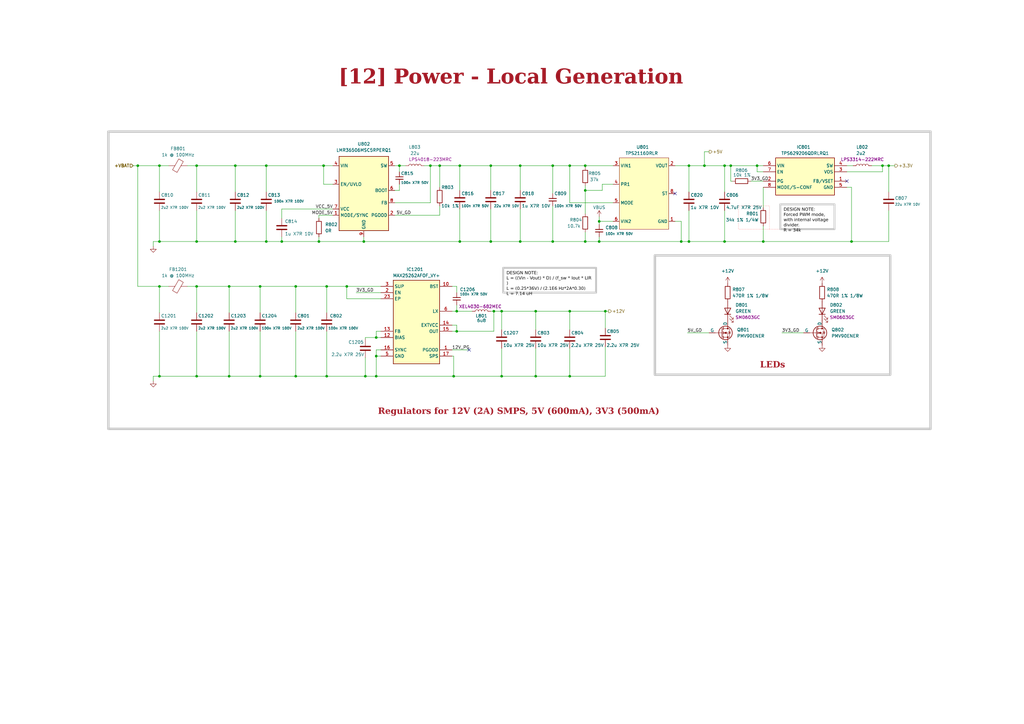
<source format=kicad_sch>
(kicad_sch (version 20231120) (generator "eeschema") (generator_version "8.0")
  (paper "A3")
  (lib_symbols
    (symbol "0_switching_regulator:LMR36506MSC5RPERQ1"
      (property "Reference" "U?" (at -10.16 35.56 0))
      (property "Value" "LMR36506MSC5RPERQ1" (at -10.16 33.02 0))
      (symbol "LMR36506MSC5RPERQ1_1_1"
        (pin input line (at -12.7 6.35 0) (length 2.54) (name "MODE/SYNC") (number "1"))
        (pin open_collector line (at 12.7 6.35 180) (length 2.54) (name "PGOOD") (number "2"))
        (pin input line (at -12.7 19.05 0) (length 2.54) (name "EN/UVLO") (number "3"))
        (pin power_in line (at -12.7 26.67 0) (length 2.54) (name "VIN") (number "4"))
        (pin power_out line (at 12.7 26.67 180) (length 2.54) (name "SW") (number "5"))
        (pin passive line (at 12.7 16.51 180) (length 2.54) (name "BOOT") (number "6"))
        (pin passive line (at -12.7 8.89 0) (length 2.54) (name "VCC") (number "7"))
        (pin input line (at 12.7 11.43 180) (length 2.54) (name "FB") (number "8"))
        (pin power_in line (at 0 -2.54 90) (length 2.54) (name "GND") (number "9"))
      )
    )
    (symbol "Device:C" (pin_numbers hide) (pin_names (offset 0.254))
      (property "Reference" "C" (at 0.635 2.54 0))
      (property "Value" "C" (at 0.635 -2.54 0))
      (symbol "C_1_1"
        (pin passive line (at 0 3.81 270) (length 2.794) (name "~") (number "1"))
        (pin passive line (at 0 -3.81 90) (length 2.794) (name "~") (number "2"))
      )
    )
    (symbol "Device:C_Small" (pin_numbers hide) (pin_names (offset 0.254) hide)
      (property "Reference" "C" (at 0.254 1.778 0))
      (property "Value" "C_Small" (at 0.254 -2.032 0))
      (symbol "C_Small_1_1"
        (pin passive line (at 0 2.54 270) (length 2.032) (name "~") (number "1"))
        (pin passive line (at 0 -2.54 90) (length 2.032) (name "~") (number "2"))
      )
    )
    (symbol "Device:FerriteBead" (pin_numbers hide) (pin_names (offset 0))
      (property "Reference" "FB" (at -3.81 0.635 90))
      (property "Value" "FerriteBead" (at 3.81 0 90))
      (symbol "FerriteBead_1_1"
        (pin passive line (at 0 3.81 270) (length 2.54) (name "~") (number "1"))
        (pin passive line (at 0 -3.81 90) (length 2.54) (name "~") (number "2"))
      )
    )
    (symbol "Device:L" (pin_numbers hide) (pin_names (offset 1.016) hide)
      (property "Reference" "L" (at -1.27 0 90))
      (property "Value" "L" (at 1.905 0 90))
      (symbol "L_1_1"
        (pin passive line (at 0 3.81 270) (length 1.27) (name "1") (number "1"))
        (pin passive line (at 0 -3.81 90) (length 1.27) (name "2") (number "2"))
      )
    )
    (symbol "Device:LED" (pin_numbers hide) (pin_names (offset 1.016) hide)
      (property "Reference" "D" (at 0 2.54 0))
      (property "Value" "LED" (at 0 -2.54 0))
      (symbol "LED_1_1"
        (pin passive line (at -3.81 0 0) (length 2.54) (name "K") (number "1"))
        (pin passive line (at 3.81 0 180) (length 2.54) (name "A") (number "2"))
      )
    )
    (symbol "Device:R" (pin_numbers hide) (pin_names (offset 0))
      (property "Reference" "R" (at 2.032 0 90))
      (property "Value" "R" (at 0 0 90))
      (symbol "R_1_1"
        (pin passive line (at 0 3.81 270) (length 1.27) (name "~") (number "1"))
        (pin passive line (at 0 -3.81 90) (length 1.27) (name "~") (number "2"))
      )
    )
    (symbol "MAX25262AFOF_VY+:MAX25262AFOF_VY+"
      (property "Reference" "IC1201" (at 22.86 -38.1 0))
      (property "Value" "MAX25262AFOF_VY+" (at 30.48 -75.565 0))
      (symbol "MAX25262AFOF_VY+_1_1"
        (pin passive line (at 45.085 -67.945 180) (length 5.08) (name "PGOOD") (number "1"))
        (pin passive line (at 45.085 -41.91 180) (length 5.08) (name "BST") (number "10"))
        (pin passive line (at 15.875 -70.485 0) (length 5.08) hide (name "GND") (number "11"))
        (pin passive line (at 15.875 -62.865 0) (length 5.08) (name "BIAS") (number "12"))
        (pin passive line (at 15.875 -60.325 0) (length 5.08) (name "FB") (number "13"))
        (pin passive line (at 45.085 -57.785 180) (length 5.08) (name "EXTVCC") (number "14"))
        (pin passive line (at 45.085 -60.325 180) (length 5.08) (name "OUT") (number "15"))
        (pin passive line (at 15.875 -67.945 0) (length 5.08) (name "SYNC") (number "16"))
        (pin passive line (at 45.085 -70.485 180) (length 5.08) (name "SPS") (number "17"))
        (pin passive line (at 45.085 -70.485 180) (length 5.08) hide (name "SPS_2") (number "18"))
        (pin passive line (at 15.875 -70.485 0) (length 5.08) hide (name "PGND_3") (number "19"))
        (pin passive line (at 15.875 -44.45 0) (length 5.08) (name "EN") (number "2"))
        (pin passive line (at 45.085 -52.07 180) (length 5.08) hide (name "LX_2") (number "20"))
        (pin passive line (at 15.875 -70.485 0) (length 5.08) hide (name "PGND_4") (number "21"))
        (pin passive line (at 15.875 -62.865 0) (length 5.08) hide (name "BIAS_2") (number "22"))
        (pin passive line (at 15.875 -46.99 0) (length 5.08) (name "EP") (number "23"))
        (pin passive line (at 15.875 -41.91 0) (length 5.08) (name "SUP") (number "3"))
        (pin no_connect line (at 28.575 -34.29 270) (length 5.08) hide (name "N/C") (number "4"))
        (pin passive line (at 15.875 -70.485 0) (length 5.08) (name "GND") (number "5"))
        (pin passive line (at 45.085 -52.07 180) (length 5.08) (name "LX") (number "6"))
        (pin passive line (at 15.875 -70.485 0) (length 5.08) hide (name "PGND_2") (number "7"))
        (pin no_connect line (at 28.575 -34.29 270) (length 5.08) hide (name "NC") (number "8"))
        (pin passive line (at 15.875 -41.91 0) (length 5.08) hide (name "SUP_2") (number "9"))
      )
    )
    (symbol "NMOS_1" (pin_numbers hide) (pin_names (offset 0))
      (property "Reference" "Q1501" (at 6.35 1.27 0))
      (property "Value" "PMV90ENER" (at 6.35 -1.27 0))
      (symbol "NMOS_1_1_1"
        (pin input line (at -5.08 0 0) (length 2.54) (name "G") (number "1"))
        (pin passive line (at 2.54 -5.08 90) (length 2.54) (name "S") (number "2"))
        (pin passive line (at 2.54 5.08 270) (length 2.54) (name "D") (number "3"))
      )
    )
    (symbol "TPS2116DRLR_1"
      (property "Reference" "U" (at 0 -2.54 0))
      (property "Value" "TPS2116DRLR_1" (at 0 0 0))
      (symbol "TPS2116DRLR_1_1_1"
        (pin power_in line (at 13.335 -11.43 180) (length 2.54) (name "GND") (number "1"))
        (pin passive line (at 13.335 11.43 180) (length 2.54) (name "VOUT") (number "2"))
        (pin power_in line (at -12.065 11.43 0) (length 2.54) (name "VIN1") (number "3"))
        (pin input line (at -12.065 3.81 0) (length 2.54) (name "PR1") (number "4"))
        (pin input line (at -12.065 -3.81 0) (length 2.54) (name "MODE") (number "5"))
        (pin power_in line (at -12.065 -11.43 0) (length 2.54) (name "VIN2") (number "6"))
        (pin passive line (at 13.335 11.43 180) (length 2.54) hide (name "VOUT") (number "7"))
        (pin open_collector line (at 13.335 0 180) (length 2.54) (name "ST") (number "8"))
      )
    )
    (symbol "TPS629206QDRLRQ1:TPS629206QDRLRQ1"
      (property "Reference" "IC2" (at 20.32 7.62 0))
      (property "Value" "TPS629206QDRLRQ1" (at 20.32 5.08 0))
      (symbol "TPS629206QDRLRQ1_1_1"
        (pin passive line (at 47.625 -30.48 180) (length 5.08) (name "FB/VSET") (number "1"))
        (pin passive line (at 13.335 -30.48 0) (length 5.08) (name "PG") (number "2"))
        (pin passive line (at 47.625 -26.67 180) (length 5.08) (name "VOS") (number "3"))
        (pin passive line (at 47.625 -24.13 180) (length 5.08) (name "SW") (number "4"))
        (pin passive line (at 47.625 -33.02 180) (length 5.08) (name "GND") (number "5"))
        (pin passive line (at 13.335 -24.13 0) (length 5.08) (name "VIN") (number "6"))
        (pin passive line (at 13.335 -26.67 0) (length 5.08) (name "EN") (number "7"))
        (pin passive line (at 13.335 -33.02 0) (length 5.08) (name "MODE/S-CONF") (number "8"))
      )
    )
    (symbol "power:+12V" (power) (pin_names (offset 0))
      (property "Value" "+12V" (at 0 3.556 0))
      (symbol "+12V_1_1"
        (pin power_in line (at 0 0 90) (length 0) hide (name "+12V") (number "1"))
      )
    )
    (symbol "power:GND" (power) (pin_names (offset 0))
      (property "Value" "GND" (at 0 -3.81 0))
      (symbol "GND_1_1"
        (pin power_in line (at 0 0 270) (length 0) hide (name "GND") (number "1"))
      )
    )
    (symbol "power:VBUS" (power) (pin_names (offset 0))
      (property "Value" "VBUS" (at 0 3.81 0))
      (symbol "VBUS_1_1"
        (pin power_in line (at 0 0 90) (length 0) hide (name "VBUS") (number "1"))
      )
    )
  )
  (junction (at 149.225 99.06))
  (junction (at 154.305 138.43))
  (junction (at 361.95 67.945))
  (junction (at 80.645 154.305))
  (junction (at 248.285 127.635))
  (junction (at 205.74 127.635))
  (junction (at 349.25 99.06))
  (junction (at 240.03 78.105))
  (junction (at 201.295 99.06))
  (junction (at 288.925 67.945))
  (junction (at 188.595 99.06))
  (junction (at 240.03 67.945))
  (junction (at 233.68 127.635))
  (junction (at 133.985 154.305))
  (junction (at 202.565 127.635))
  (junction (at 132.715 67.945))
  (junction (at 245.745 90.805))
  (junction (at 213.36 67.945))
  (junction (at 65.405 154.305))
  (junction (at 240.03 99.06))
  (junction (at 187.325 135.89))
  (junction (at 186.055 154.305))
  (junction (at 213.36 99.06))
  (junction (at 233.68 154.305))
  (junction (at 96.52 67.945))
  (junction (at 130.81 99.06))
  (junction (at 56.515 67.945))
  (junction (at 115.57 99.06))
  (junction (at 226.695 99.06))
  (junction (at 282.575 99.06))
  (junction (at 80.645 67.945))
  (junction (at 121.285 154.305))
  (junction (at 163.83 67.945))
  (junction (at 233.68 67.945))
  (junction (at 187.325 127.635))
  (junction (at 176.53 67.945))
  (junction (at 106.68 154.305))
  (junction (at 80.645 117.475))
  (junction (at 149.86 154.305))
  (junction (at 297.18 99.06))
  (junction (at 364.49 67.945))
  (junction (at 188.595 67.945))
  (junction (at 219.71 127.635))
  (junction (at 106.68 117.475))
  (junction (at 80.645 99.06))
  (junction (at 226.695 67.945))
  (junction (at 65.405 67.945))
  (junction (at 313.055 99.06))
  (junction (at 205.74 154.305))
  (junction (at 154.305 146.05))
  (junction (at 121.285 117.475))
  (junction (at 93.98 154.305))
  (junction (at 154.305 154.305))
  (junction (at 299.72 67.945))
  (junction (at 93.98 117.475))
  (junction (at 245.745 99.06))
  (junction (at 96.52 99.06))
  (junction (at 65.405 99.06))
  (junction (at 109.22 99.06))
  (junction (at 201.295 67.945))
  (junction (at 180.34 67.945))
  (junction (at 297.18 67.945))
  (junction (at 142.24 117.475))
  (junction (at 219.71 154.305))
  (junction (at 282.575 67.945))
  (junction (at 133.985 117.475))
  (junction (at 310.515 67.945))
  (junction (at 279.4 99.06))
  (junction (at 109.22 67.945))
  (junction (at 65.405 117.475))
  (no_connect (at 192.405 143.51))
  (no_connect (at 347.345 74.295))
  (no_connect (at 276.86 79.375))
  (wire (pts (xy 121.285 117.475) (xy 133.985 117.475)))
  (wire (pts (xy 240.03 67.945) (xy 240.03 68.58)))
  (wire (pts (xy 65.405 117.475) (xy 69.215 117.475)))
  (wire (pts (xy 245.745 88.9) (xy 245.745 90.805)))
  (wire (pts (xy 185.42 133.35) (xy 187.325 133.35)))
  (wire (pts (xy 80.645 78.74) (xy 80.645 67.945)))
  (wire (pts (xy 247.015 78.105) (xy 247.015 75.565)))
  (wire (pts (xy 240.03 99.06) (xy 245.745 99.06)))
  (wire (pts (xy 130.81 99.06) (xy 149.225 99.06)))
  (wire (pts (xy 205.74 154.305) (xy 219.71 154.305)))
  (wire (pts (xy 282.575 78.74) (xy 282.575 67.945)))
  (wire (pts (xy 219.71 127.635) (xy 219.71 135.255)))
  (wire (pts (xy 65.405 135.89) (xy 65.405 154.305)))
  (wire (pts (xy 109.22 67.945) (xy 132.715 67.945)))
  (wire (pts (xy 226.695 84.455) (xy 226.695 99.06)))
  (wire (pts (xy 132.715 67.945) (xy 136.525 67.945)))
  (wire (pts (xy 154.305 146.05) (xy 154.305 154.305)))
  (wire (pts (xy 213.36 99.06) (xy 226.695 99.06)))
  (wire (pts (xy 205.74 127.635) (xy 219.71 127.635)))
  (wire (pts (xy 251.46 90.805) (xy 245.745 90.805)))
  (wire (pts (xy 188.595 85.725) (xy 188.595 99.06)))
  (wire (pts (xy 106.68 154.305) (xy 121.285 154.305)))
  (wire (pts (xy 282.575 99.06) (xy 297.18 99.06)))
  (wire (pts (xy 205.74 142.875) (xy 205.74 154.305)))
  (wire (pts (xy 133.985 117.475) (xy 142.24 117.475)))
  (wire (pts (xy 54.61 67.945) (xy 56.515 67.945)))
  (wire (pts (xy 180.34 67.945) (xy 188.595 67.945)))
  (wire (pts (xy 201.295 127.635) (xy 202.565 127.635)))
  (wire (pts (xy 146.05 120.015) (xy 156.21 120.015)))
  (wire (pts (xy 187.325 125.095) (xy 187.325 127.635)))
  (wire (pts (xy 279.4 90.805) (xy 279.4 99.06)))
  (wire (pts (xy 188.595 67.945) (xy 201.295 67.945)))
  (wire (pts (xy 93.98 135.89) (xy 93.98 154.305)))
  (wire (pts (xy 188.595 99.06) (xy 201.295 99.06)))
  (wire (pts (xy 288.925 62.23) (xy 288.925 67.945)))
  (wire (pts (xy 106.68 135.89) (xy 106.68 154.305)))
  (polyline (pts (xy 315.595 93.98) (xy 320.04 93.98)) (stroke (width 0) (type dot) (color 255 0 0 1)))
  (wire (pts (xy 249.555 127.635) (xy 248.285 127.635)))
  (wire (pts (xy 187.325 135.89) (xy 202.565 135.89)))
  (wire (pts (xy 96.52 67.945) (xy 96.52 78.74)))
  (wire (pts (xy 161.925 88.265) (xy 180.34 88.265)))
  (wire (pts (xy 80.645 67.945) (xy 76.835 67.945)))
  (wire (pts (xy 299.72 67.945) (xy 310.515 67.945)))
  (wire (pts (xy 121.285 135.89) (xy 121.285 154.305)))
  (wire (pts (xy 201.295 85.725) (xy 201.295 99.06)))
  (wire (pts (xy 62.865 99.06) (xy 62.865 100.965)))
  (wire (pts (xy 299.72 67.945) (xy 299.72 74.295)))
  (wire (pts (xy 65.405 154.305) (xy 80.645 154.305)))
  (wire (pts (xy 109.22 67.945) (xy 109.22 78.74)))
  (wire (pts (xy 361.95 70.485) (xy 361.95 67.945)))
  (wire (pts (xy 226.695 67.945) (xy 233.68 67.945)))
  (wire (pts (xy 149.86 146.685) (xy 149.86 154.305)))
  (wire (pts (xy 185.42 146.05) (xy 186.055 146.05)))
  (wire (pts (xy 154.305 143.51) (xy 154.305 146.05)))
  (wire (pts (xy 80.645 67.945) (xy 96.52 67.945)))
  (wire (pts (xy 80.645 154.305) (xy 93.98 154.305)))
  (wire (pts (xy 130.81 97.155) (xy 130.81 99.06)))
  (wire (pts (xy 364.49 67.945) (xy 364.49 78.74)))
  (wire (pts (xy 62.865 154.305) (xy 65.405 154.305)))
  (wire (pts (xy 65.405 67.945) (xy 69.215 67.945)))
  (wire (pts (xy 62.865 154.305) (xy 62.865 156.21)))
  (wire (pts (xy 96.52 99.06) (xy 109.22 99.06)))
  (wire (pts (xy 297.18 99.06) (xy 313.055 99.06)))
  (wire (pts (xy 93.98 128.27) (xy 93.98 117.475)))
  (wire (pts (xy 149.86 139.065) (xy 149.86 138.43)))
  (wire (pts (xy 233.68 83.185) (xy 251.46 83.185)))
  (wire (pts (xy 310.515 67.945) (xy 313.055 67.945)))
  (wire (pts (xy 80.645 117.475) (xy 76.835 117.475)))
  (wire (pts (xy 154.305 135.89) (xy 154.305 138.43)))
  (wire (pts (xy 96.52 99.06) (xy 80.645 99.06)))
  (wire (pts (xy 279.4 99.06) (xy 282.575 99.06)))
  (wire (pts (xy 186.055 154.305) (xy 205.74 154.305)))
  (wire (pts (xy 185.42 143.51) (xy 192.405 143.51)))
  (wire (pts (xy 56.515 67.945) (xy 65.405 67.945)))
  (wire (pts (xy 115.57 99.06) (xy 130.81 99.06)))
  (wire (pts (xy 201.295 78.105) (xy 201.295 67.945)))
  (wire (pts (xy 205.74 127.635) (xy 205.74 135.255)))
  (wire (pts (xy 219.71 154.305) (xy 233.68 154.305)))
  (wire (pts (xy 115.57 85.725) (xy 136.525 85.725)))
  (wire (pts (xy 115.57 89.535) (xy 115.57 85.725)))
  (wire (pts (xy 364.49 86.36) (xy 364.49 99.06)))
  (wire (pts (xy 201.295 67.945) (xy 213.36 67.945)))
  (wire (pts (xy 313.055 70.485) (xy 310.515 70.485)))
  (wire (pts (xy 106.68 128.27) (xy 106.68 117.475)))
  (wire (pts (xy 149.86 154.305) (xy 154.305 154.305)))
  (wire (pts (xy 56.515 117.475) (xy 65.405 117.475)))
  (wire (pts (xy 187.325 117.475) (xy 187.325 120.015)))
  (wire (pts (xy 186.055 146.05) (xy 186.055 154.305)))
  (wire (pts (xy 233.68 127.635) (xy 233.68 135.255)))
  (wire (pts (xy 80.645 117.475) (xy 93.98 117.475)))
  (wire (pts (xy 240.03 67.945) (xy 251.46 67.945)))
  (wire (pts (xy 65.405 78.74) (xy 65.405 67.945)))
  (wire (pts (xy 156.21 138.43) (xy 154.305 138.43)))
  (wire (pts (xy 233.68 142.875) (xy 233.68 154.305)))
  (wire (pts (xy 349.25 99.06) (xy 364.49 99.06)))
  (wire (pts (xy 149.225 99.06) (xy 188.595 99.06)))
  (wire (pts (xy 248.285 142.24) (xy 248.285 154.305)))
  (wire (pts (xy 161.925 67.945) (xy 163.83 67.945)))
  (wire (pts (xy 347.345 67.945) (xy 349.885 67.945)))
  (wire (pts (xy 281.94 136.525) (xy 290.83 136.525)))
  (wire (pts (xy 247.015 75.565) (xy 251.46 75.565)))
  (wire (pts (xy 245.745 90.805) (xy 245.745 92.075)))
  (wire (pts (xy 276.86 90.805) (xy 279.4 90.805)))
  (wire (pts (xy 361.95 67.945) (xy 364.49 67.945)))
  (wire (pts (xy 109.22 86.36) (xy 109.22 99.06)))
  (wire (pts (xy 233.68 154.305) (xy 248.285 154.305)))
  (wire (pts (xy 56.515 67.945) (xy 56.515 117.475)))
  (wire (pts (xy 186.055 154.305) (xy 154.305 154.305)))
  (wire (pts (xy 121.285 154.305) (xy 133.985 154.305)))
  (wire (pts (xy 62.865 99.06) (xy 65.405 99.06)))
  (wire (pts (xy 282.575 86.36) (xy 282.575 99.06)))
  (wire (pts (xy 163.83 67.945) (xy 166.37 67.945)))
  (wire (pts (xy 233.68 83.185) (xy 233.68 67.945)))
  (wire (pts (xy 233.68 67.945) (xy 240.03 67.945)))
  (wire (pts (xy 176.53 67.945) (xy 180.34 67.945)))
  (wire (pts (xy 176.53 67.945) (xy 173.99 67.945)))
  (wire (pts (xy 320.675 136.525) (xy 329.565 136.525)))
  (wire (pts (xy 201.295 99.06) (xy 213.36 99.06)))
  (wire (pts (xy 65.405 86.36) (xy 65.405 99.06)))
  (wire (pts (xy 245.745 97.155) (xy 245.745 99.06)))
  (wire (pts (xy 136.525 88.265) (xy 130.81 88.265)))
  (wire (pts (xy 347.345 70.485) (xy 361.95 70.485)))
  (wire (pts (xy 163.83 75.565) (xy 163.83 78.105)))
  (wire (pts (xy 80.645 135.89) (xy 80.645 154.305)))
  (wire (pts (xy 132.715 75.565) (xy 132.715 67.945)))
  (wire (pts (xy 133.985 154.305) (xy 149.86 154.305)))
  (wire (pts (xy 93.98 154.305) (xy 106.68 154.305)))
  (wire (pts (xy 142.24 117.475) (xy 156.21 117.475)))
  (wire (pts (xy 142.24 122.555) (xy 142.24 117.475)))
  (wire (pts (xy 130.81 88.265) (xy 130.81 89.535)))
  (wire (pts (xy 240.03 95.25) (xy 240.03 99.06)))
  (wire (pts (xy 213.36 67.945) (xy 213.36 78.105)))
  (wire (pts (xy 121.285 117.475) (xy 121.285 128.27)))
  (wire (pts (xy 136.525 75.565) (xy 132.715 75.565)))
  (wire (pts (xy 248.285 127.635) (xy 248.285 134.62)))
  (wire (pts (xy 213.36 85.725) (xy 213.36 99.06)))
  (wire (pts (xy 297.18 86.36) (xy 297.18 99.06)))
  (wire (pts (xy 180.34 76.835) (xy 180.34 67.945)))
  (wire (pts (xy 240.03 76.2) (xy 240.03 78.105)))
  (wire (pts (xy 240.03 78.105) (xy 247.015 78.105)))
  (wire (pts (xy 245.745 99.06) (xy 279.4 99.06)))
  (wire (pts (xy 297.18 67.945) (xy 297.18 78.74)))
  (wire (pts (xy 219.71 127.635) (xy 233.68 127.635)))
  (wire (pts (xy 297.18 67.945) (xy 299.72 67.945)))
  (wire (pts (xy 219.71 142.875) (xy 219.71 154.305)))
  (wire (pts (xy 115.57 97.155) (xy 115.57 99.06)))
  (wire (pts (xy 133.985 117.475) (xy 133.985 128.27)))
  (wire (pts (xy 80.645 128.27) (xy 80.645 117.475)))
  (wire (pts (xy 156.21 143.51) (xy 154.305 143.51)))
  (wire (pts (xy 213.36 67.945) (xy 226.695 67.945)))
  (wire (pts (xy 364.49 67.945) (xy 367.03 67.945)))
  (wire (pts (xy 142.24 122.555) (xy 156.21 122.555)))
  (wire (pts (xy 80.645 86.36) (xy 80.645 99.06)))
  (wire (pts (xy 307.975 74.295) (xy 313.055 74.295)))
  (wire (pts (xy 299.72 74.295) (xy 300.355 74.295)))
  (wire (pts (xy 65.405 99.06) (xy 80.645 99.06)))
  (wire (pts (xy 288.925 67.945) (xy 297.18 67.945)))
  (wire (pts (xy 65.405 128.27) (xy 65.405 117.475)))
  (wire (pts (xy 96.52 67.945) (xy 109.22 67.945)))
  (wire (pts (xy 109.22 99.06) (xy 115.57 99.06)))
  (wire (pts (xy 185.42 117.475) (xy 187.325 117.475)))
  (wire (pts (xy 313.055 99.06) (xy 349.25 99.06)))
  (wire (pts (xy 161.925 78.105) (xy 163.83 78.105)))
  (wire (pts (xy 93.98 117.475) (xy 106.68 117.475)))
  (wire (pts (xy 187.325 133.35) (xy 187.325 135.89)))
  (wire (pts (xy 226.695 67.945) (xy 226.695 79.375)))
  (wire (pts (xy 202.565 127.635) (xy 205.74 127.635)))
  (wire (pts (xy 161.925 83.185) (xy 176.53 83.185)))
  (wire (pts (xy 313.055 92.71) (xy 313.055 99.06)))
  (wire (pts (xy 96.52 86.36) (xy 96.52 99.06)))
  (wire (pts (xy 226.695 99.06) (xy 240.03 99.06)))
  (wire (pts (xy 357.505 67.945) (xy 361.95 67.945)))
  (wire (pts (xy 282.575 67.945) (xy 288.925 67.945)))
  (wire (pts (xy 180.34 88.265) (xy 180.34 84.455)))
  (wire (pts (xy 233.68 127.635) (xy 248.285 127.635)))
  (wire (pts (xy 106.68 117.475) (xy 121.285 117.475)))
  (wire (pts (xy 154.305 146.05) (xy 156.21 146.05)))
  (wire (pts (xy 276.86 67.945) (xy 282.575 67.945)))
  (wire (pts (xy 133.985 135.89) (xy 133.985 154.305)))
  (wire (pts (xy 290.83 62.23) (xy 288.925 62.23)))
  (wire (pts (xy 156.21 135.89) (xy 154.305 135.89)))
  (wire (pts (xy 185.42 135.89) (xy 187.325 135.89)))
  (wire (pts (xy 187.325 127.635) (xy 193.675 127.635)))
  (wire (pts (xy 154.305 138.43) (xy 149.86 138.43)))
  (wire (pts (xy 202.565 127.635) (xy 202.565 135.89)))
  (wire (pts (xy 176.53 83.185) (xy 176.53 67.945)))
  (wire (pts (xy 187.325 127.635) (xy 185.42 127.635)))
  (wire (pts (xy 163.83 67.945) (xy 163.83 70.485)))
  (wire (pts (xy 149.225 97.155) (xy 149.225 99.06)))
  (wire (pts (xy 313.055 76.835) (xy 313.055 85.09)))
  (wire (pts (xy 310.515 67.945) (xy 310.515 70.485)))
  (wire (pts (xy 347.345 76.835) (xy 349.25 76.835)))
  (wire (pts (xy 188.595 78.105) (xy 188.595 67.945)))
  (wire (pts (xy 349.25 76.835) (xy 349.25 99.06)))
  (wire (pts (xy 240.03 78.105) (xy 240.03 87.63)))
  (rectangle (start 302.895 84.455) (end 315.595 93.98) (stroke (width 0) (type dot) (color 255 0 0 1)))
  (rectangle (start 268.605 104.775) (end 365.125 153.67) (stroke (width 1) (color 200 200 200 1)))
  (rectangle (start 44.45 53.975) (end 381.635 175.895) (stroke (width 1) (color 200 200 200 1)))
  (text_box "LEDs" (at 269.875 143.51 0) (size 93.98 9.525) (stroke (width -0.0001)) (effects (font (size 2.54 2.54) (thickness 0.508) (bold yes)) (justify bottom)))
  (text_box "Regulators for 12V (2A) SMPS, 5V (600mA), 3V3 (500mA)" (at 44.45 162.56 0) (size 336.55 9.525) (stroke (width -0.0001)) (effects (font (size 2.54 2.54) (thickness 0.508) (bold yes)) (justify bottom)))
  (text_box "DESIGN NOTE:\nL = ((Vin - Vout) * D) / (f_sw * Iout * LIR )\nL = (0.25*36V) / (2.1E6 Hz*2A*0.30)\nL = 7.14 uH" (at 206.375 109.855 0) (size 38.1 10.16) (stroke (width 0.8) (color 200 200 200 1)) (effects (font (size 1.27 1.27)) (justify left top)))
  (text_box "DESIGN NOTE:\nForced PWM mode, with internal voltage divider. \nR = 34k" (at 320.04 83.82 0) (size 22.225 10.16) (stroke (width 0.8) (color 200 200 200 1)) (effects (font (size 1.27 1.27)) (justify left top)))
  (text_box "[12] Power - Local Generation\n" (at 12.065 25.4 0) (size 394.97 12.7) (stroke (width -0.0001)) (effects (font (size 6 6) (thickness 1.2) (bold yes))))
  (label "12V_PG" (at 185.42 143.51 0))
  (label "5V_GD" (at 162.56 88.265 0))
  (label "5V_GD" (at 281.94 136.525 0))
  (label "3V3_GD" (at 307.975 74.295 0))
  (label "MODE_5V" (at 136.525 88.265 180))
  (label "VCC_5V" (at 136.525 85.725 180))
  (label "3V3_GD" (at 146.05 120.015 0))
  (label "3V3_GD" (at 320.675 136.525 0))
  (hierarchical_label "+3.3V" (shape output) (at 367.03 67.945 0))
  (hierarchical_label "+12V" (shape output) (at 249.555 127.635 0))
  (hierarchical_label "+5V" (shape output) (at 290.83 62.23 0))
  (hierarchical_label "+VBAT" (shape input) (at 54.61 67.945 180) (effects (font (bold yes))))
  (symbol (lib_id "Device:C") (at 65.405 82.55 0) (unit 1)
    (property "Reference" "C810" (at 66.04 80.01 0) (effects (justify left)))
    (property "Value" "2u2 X7R 100V" (at 66.04 85.09 0) (effects (font (size 1.016 1.016)) (justify left)))
    (property "Footprint" "0_capacitor_smd:C_0805_2012_DensityHigh" (effects (hide yes)))
    (property "Datasheet" "https://product.tdk.com/system/files/dam/doc/product/capacitor/ceramic/mlcc/catalog/mlcc_automotive_midvoltage_en.pdf" (effects (hide yes)))
    (property "Description" "Multilayer Ceramic Capacitors MLCC - SMD/SMT 0805 100VDC 2.2uF 10% 1.25mm AEC-Q200" (effects (hide yes)))
    (property "Manufacturer" "TDK Corporation" (effects (hide yes)))
    (property "Manufacturer Part Number" "CGA4J1X7R2A225K125AC" (effects (hide yes)))
    (property "Supplier 1" "Mouser" (effects (hide yes)))
    (property "Supplier Part Number 1" "810-CGA4J7R2A225K125" (effects (hide yes)))
  )
  (symbol (lib_id "MAX25262AFOF_VY+:MAX25262AFOF_VY+") (at 140.335 75.565 0) (unit 1)
    (property "Reference" "IC1201" (at 170.18 110.49 0))
    (property "Value" "MAX25262AFOF_VY+" (at 170.815 113.03 0))
    (property "Footprint" "0_switching_regulator:MAX25262AFOFVY" (effects (hide yes)))
    (property "Datasheet" "https://www.analog.com/MAX25262/datasheet" (effects (hide yes)))
    (property "Height" "0.8" (effects (hide yes)))
    (property "Mouser Part Number" "700-MAX25262AFOF/VY+" (effects (hide yes)))
    (property "Mouser Price/Stock" "https://www.mouser.co.uk/ProductDetail/Maxim-Integrated/MAX25262AFOF-VY%2b?qs=Znm5pLBrcAKuUEKeEaESFA%3D%3D" (effects (hide yes)))
    (property "Manufacturer_Name" "Analog Devices" (effects (hide yes)))
    (property "Manufacturer_Part_Number" "MAX25262AFOF/VY+" (effects (hide yes)))
  )
  (symbol (lib_id "Device:C") (at 115.57 93.345 0) (unit 1)
    (property "Reference" "C814" (at 116.84 90.805 0) (effects (justify left)))
    (property "Value" "1u X7R 10V" (at 116.84 95.885 0) (effects (justify left)))
    (property "Footprint" "0_capacitor_smd:C_0402_1005_DensityHigh" (effects (hide yes)))
    (property "Datasheet" "https://search.murata.co.jp/Ceramy/image/img/A01X/G101/ENG/GRM155Z71A105KE01-01A.pdf" (effects (hide yes)))
    (property "Description" "1 µF ±10% 10V Ceramic Capacitor X7R 0402 (1005 Metric)" (effects (hide yes)))
    (property "Manufacturer" "Murata Electronics" (effects (hide yes)))
    (property "Manufacturer Part Number" "GRM155Z71A105KE01J" (effects (hide yes)))
    (property "Supplier 1" "Digikey" (effects (hide yes)))
    (property "Supplier Part Number 1" "490-GRM155Z71A105KE01JCT-ND" (effects (hide yes)))
  )
  (symbol (lib_id "Device:L") (at 197.485 127.635 90) (unit 1)
    (property "Reference" "L801" (at 197.485 129.54 90))
    (property "Value" "6u8" (at 197.485 131.445 90))
    (property "Footprint" "0_inductor_smd:XEL4030682MEC" (effects (hide yes)))
    (property "Datasheet" "XEL4030-682MEC " (at 197.485 125.73 90))
  )
  (symbol (lib_id "Device:C") (at 188.595 81.915 0) (unit 1)
    (property "Reference" "C816" (at 189.23 79.375 0) (effects (justify left)))
    (property "Value" "100n X7R 50V" (at 189.23 84.455 0) (effects (font (size 1.016 1.016)) (justify left)))
    (property "Footprint" "0_capacitor_smd:C_0402_1005_DensityHigh" (effects (hide yes)))
    (property "Datasheet" "https://search.murata.co.jp/Ceramy/image/img/A01X/G101/ENG/GCM155R71H104KE02-01.pdf" (effects (hide yes)))
    (property "Description" "0.1 µF ±10% 50V Ceramic Capacitor X7R 0402 (1005 Metric)" (effects (hide yes)))
    (property "Manufacturer" "Murata Electronics" (effects (hide yes)))
    (property "Manufacturer Part Number" "GCM155R71H104KE02J" (effects (hide yes)))
    (property "Supplier 1" "Digikey" (effects (hide yes)))
    (property "Supplier Part Number 1" "490-14514-1-ND" (effects (hide yes)))
  )
  (symbol (lib_id "Device:C") (at 201.295 81.915 0) (unit 1)
    (property "Reference" "C817" (at 201.93 79.375 0) (effects (justify left)))
    (property "Value" "22u X7R 10V" (at 202.565 84.455 0) (effects (font (size 1.016 1.016)) (justify left)))
    (property "Footprint" "0_capacitor_smd:C_0805_2012_DensityHighest" (effects (hide yes)))
    (property "Datasheet" "https://search.murata.co.jp/Ceramy/image/img/A01X/G101/ENG/GRM21BZ71A226ME15-01.pdf" (effects (hide yes)))
    (property "Description" "22 µF ±20% 10V Ceramic Capacitor X7R 0805 (2012 Metric)" (effects (hide yes)))
    (property "Manufacturer" "Murata Electronics" (effects (hide yes)))
    (property "Manufacturer Part Number" "GRM21BZ71A226ME15L" (effects (hide yes)))
    (property "Supplier 1" "Digikey" (effects (hide yes)))
    (property "Supplier Part Number 1" "490-GRM21BZ71A226ME15LCT-ND" (effects (hide yes)))
  )
  (symbol (lib_id "Device:C_Small") (at 226.695 81.915 0) (unit 1)
    (property "Reference" "C809" (at 227.33 79.375 0) (effects (justify left)))
    (property "Value" "100n X7R 50V" (at 227.33 84.455 0) (effects (font (size 1.016 1.016)) (justify left)))
    (property "Footprint" "0_capacitor_smd:C_0402_1005_DensityHigh" (effects (hide yes)))
    (property "Datasheet" "https://search.murata.co.jp/Ceramy/image/img/A01X/G101/ENG/GCM155R71H104KE02-01.pdf" (effects (hide yes)))
    (property "Description" "0.1 µF ±10% 50V Ceramic Capacitor X7R 0402 (1005 Metric)" (effects (hide yes)))
    (property "Manufacturer" "Murata Electronics" (effects (hide yes)))
    (property "Manufacturer Part Number" "GCM155R71H104KE02J" (effects (hide yes)))
    (property "Supplier 1" "Digikey" (effects (hide yes)))
    (property "Supplier Part Number 1" "490-14514-1-ND" (effects (hide yes)))
  )
  (symbol (lib_id "0_switching_regulator:LMR36506MSC5RPERQ1") (at 149.225 94.615 0) (unit 1)
    (property "Reference" "U802" (at 149.225 59.055 0))
    (property "Value" "LMR36506MSC5RPERQ1" (at 149.225 61.595 0))
    (property "Footprint" "0_switching_regulator:LMR36503" (effects (hide yes)))
    (property "Datasheet" "https://www.ti.com/lit/ds/symlink/lmr36506-q1.pdf" (effects (hide yes)))
    (property "Description" "LMR36506-Q1 3-V to 65-V, 0.6-A Synchronous Buck Converter Optimized for Size and Light Load Efficiency" (effects (hide yes)))
    (property "Manufacturer" "Texas Instruments" (effects (hide yes)))
    (property "Manufacturer Part Number" "LMR36503MSC5RPERQ1" (effects (hide yes)))
    (property "Supplier 1" "Digikey" (effects (hide yes)))
    (property "Supplier Part Number 1" "296-LMR36506MSC5RPERQ1CT-ND" (effects (hide yes)))
  )
  (symbol (lib_id "Device:C") (at 297.18 82.55 180) (unit 1)
    (property "Reference" "C806" (at 297.815 80.01 0) (effects (justify right)))
    (property "Value" "4.7uF X7R 25V" (at 297.815 85.09 0) (effects (justify right)))
    (property "Footprint" "0_capacitor_smd:C_1210_3225_DensityHigh" (effects (hide yes)))
  )
  (symbol (lib_id "Device:C") (at 149.86 142.875 0) (unit 1)
    (property "Reference" "C1205" (at 142.875 140.335 0) (effects (justify left)))
    (property "Value" "2.2u X7R 25V" (at 135.89 145.415 0) (effects (justify left)))
    (property "Footprint" "0_capacitor_smd:C_0805_2012_DensityHigh" (effects (hide yes)))
  )
  (symbol (lib_id "Device:L") (at 170.18 67.945 90) (unit 1)
    (property "Reference" "L803" (at 167.64 60.325 90) (effects (justify right)))
    (property "Value" "22u" (at 168.275 62.865 90) (effects (justify right)))
    (property "Footprint" "0_inductor_smd:L_Coilcraft_LPS4018" (effects (hide yes)))
    (property "Datasheet" "https://www.coilcraft.com/getmedia/31b05c96-4c4c-4498-8dbb-fe092de76bad/lps4018.pdf" (effects (hide yes)))
    (property "Description" "Power Inductors - SMD 22uH Shld 20% 830mA 360 mOhms" (effects (hide yes)))
    (property "Manufacturer Part Number" "LPS4018-223MRC" (at 167.64 65.405 90) (effects (justify right)))
    (property "Supplier 1" "Mouser" (effects (hide yes)))
    (property "Supplier Part Number 1" "994-LPS4018-223MRC" (effects (hide yes)))
    (property "Manufacturer" "Coilcraft" (effects (hide yes)))
  )
  (symbol (lib_id "Device:C") (at 233.68 139.065 180) (unit 1)
    (property "Reference" "C804" (at 239.395 136.525 0) (effects (justify left)))
    (property "Value" "2.2u X7R 25V" (at 247.65 141.605 0) (effects (justify left)))
    (property "Footprint" "0_capacitor_smd:C_0805_2012_DensityHigh" (effects (hide yes)))
  )
  (symbol (lib_id "Device:R") (at 180.34 80.645 180) (unit 1)
    (property "Reference" "R803" (at 180.975 76.835 0) (effects (justify right)))
    (property "Value" "10k 1%" (at 180.975 84.455 0) (effects (justify right)))
    (property "Footprint" "0_resistor_smd:R_0402_1005_DensityHigh" (effects (hide yes)))
    (property "Datasheet" "https://www.yageo.com/upload/media/product/app/datasheet/rchip/pyu-rt_1-to-0.01_rohs_l.pdf" (effects (hide yes)))
    (property "Description" "10 kOhms ±1% 0.063W, 1/16W Chip Resistor 0402 (1005 Metric) Thin Film" (effects (hide yes)))
    (property "Manufacturer" "YAGEO" (effects (hide yes)))
    (property "Manufacturer Part Number" "RT0402FRE0710KL" (effects (hide yes)))
    (property "Supplier 1" "Digikey" (effects (hide yes)))
    (property "Supplier Part Number 1" "YAG1233CT-ND" (effects (hide yes)))
  )
  (symbol (lib_id "Device:C") (at 65.405 132.08 0) (unit 1)
    (property "Reference" "C1201" (at 66.04 129.54 0) (effects (justify left)))
    (property "Value" "2u2 X7R 100V" (at 66.04 134.62 0) (effects (font (size 1.016 1.016)) (justify left)))
    (property "Footprint" "0_capacitor_smd:C_0805_2012_DensityHigh" (effects (hide yes)))
    (property "Datasheet" "https://product.tdk.com/system/files/dam/doc/product/capacitor/ceramic/mlcc/catalog/mlcc_automotive_midvoltage_en.pdf" (effects (hide yes)))
    (property "Description" "Multilayer Ceramic Capacitors MLCC - SMD/SMT 0805 100VDC 2.2uF 10% 1.25mm AEC-Q200" (effects (hide yes)))
    (property "Manufacturer" "TDK Corporation" (effects (hide yes)))
    (property "Manufacturer Part Number" "CGA4J1X7R2A225K125AC" (effects (hide yes)))
    (property "Supplier 1" "Mouser" (effects (hide yes)))
    (property "Supplier Part Number 1" "810-CGA4J7R2A225K125" (effects (hide yes)))
  )
  (symbol (lib_id "Device:C") (at 93.98 132.08 0) (unit 1)
    (property "Reference" "C1203" (at 94.615 129.54 0) (effects (justify left)))
    (property "Value" "2u2 X7R 100V" (at 94.615 134.62 0) (effects (font (size 1.016 1.016)) (justify left)))
    (property "Footprint" "0_capacitor_smd:C_0805_2012_DensityHigh" (effects (hide yes)))
    (property "Datasheet" "https://product.tdk.com/system/files/dam/doc/product/capacitor/ceramic/mlcc/catalog/mlcc_automotive_midvoltage_en.pdf" (effects (hide yes)))
    (property "Description" "Multilayer Ceramic Capacitors MLCC - SMD/SMT 0805 100VDC 2.2uF 10% 1.25mm AEC-Q200" (effects (hide yes)))
    (property "Manufacturer" "TDK Corporation" (effects (hide yes)))
    (property "Manufacturer Part Number" "CGA4J1X7R2A225K125AC" (effects (hide yes)))
    (property "Supplier 1" "Mouser" (effects (hide yes)))
    (property "Supplier Part Number 1" "810-CGA4J7R2A225K125" (effects (hide yes)))
  )
  (symbol (lib_id "Device:R") (at 240.03 72.39 0) (unit 1)
    (property "Reference" "R805" (at 241.3 71.12 0) (effects (justify left)))
    (property "Value" "37k" (at 241.935 73.66 0) (effects (justify left)))
    (property "Footprint" "0_resistor_smd:R_0402_1005_DensityHigh" (effects (hide yes)))
    (property "Datasheet" "https://industrial.panasonic.com/ww/products/pt/general-purpose-chip-resistors/models/ERJ2GE0R00X" (effects (hide yes)))
    (property "Description" "0 Ohms Jumper Chip Resistor 0402 (1005 Metric) Automotive AEC-Q200 Thick Film" (effects (hide yes)))
    (property "Manufacturer" "Panasonic Electronic Components" (effects (hide yes)))
    (property "Manufacturer Part Number" "ERJ-2GE0R00X" (effects (hide yes)))
    (property "Supplier 1" "Digikey" (effects (hide yes)))
    (property "Supplier Part Number 1" "P0.0JCT-ND" (effects (hide yes)))
  )
  (symbol (lib_id "power:VBUS") (at 245.745 88.9 0) (unit 1)
    (property "Reference" "#PWR0804" (effects (hide yes)))
    (property "Value" "VBUS" (at 245.745 85.09 0))
  )
  (symbol (lib_id "Device:L") (at 353.695 67.945 90) (unit 1)
    (property "Reference" "L802" (at 351.155 60.325 90) (effects (justify right)))
    (property "Value" "2u2" (at 351.155 62.865 90) (effects (justify right)))
    (property "Footprint" "0_inductor_smd:L_Coilcraft_LPS3314" (effects (hide yes)))
    (property "Datasheet" "https://www.coilcraft.com/getmedia/3ba581dc-6d87-4be6-9dea-9167ac97554d/lps3314.pdf" (effects (hide yes)))
    (property "Description" "Power Inductors - SMD 2.2uH Shld 20% 1.2A 100 mOhms" (effects (hide yes)))
    (property "Manufacturer Part Number" "LPS3314-222MRC" (at 344.805 65.405 90) (effects (justify right)))
    (property "Supplier 1" "Mouser" (effects (hide yes)))
    (property "Supplier Part Number 1" "994-LPS3314-222MRC" (effects (hide yes)))
    (property "Manufacturer" "Coilcraft" (effects (hide yes)))
  )
  (symbol (lib_id "power:GND") (at 62.865 156.21 0) (mirror y) (unit 1)
    (property "Reference" "#PWR0802" (effects (hide yes)))
    (property "Value" "GND" (effects (hide yes)))
  )
  (symbol (lib_id "Device:R") (at 240.03 91.44 0) (mirror y) (unit 1)
    (property "Reference" "R804" (at 238.76 90.17 0) (effects (justify left)))
    (property "Value" "10.7k" (at 238.125 92.71 0) (effects (justify left)))
    (property "Footprint" "0_resistor_smd:R_0402_1005_DensityHigh" (effects (hide yes)))
    (property "Datasheet" "https://industrial.panasonic.com/ww/products/pt/general-purpose-chip-resistors/models/ERJ2GE0R00X" (effects (hide yes)))
    (property "Description" "0 Ohms Jumper Chip Resistor 0402 (1005 Metric) Automotive AEC-Q200 Thick Film" (effects (hide yes)))
    (property "Manufacturer" "Panasonic Electronic Components" (effects (hide yes)))
    (property "Manufacturer Part Number" "ERJ-2GE0R00X" (effects (hide yes)))
    (property "Supplier 1" "Digikey" (effects (hide yes)))
    (property "Supplier Part Number 1" "P0.0JCT-ND" (effects (hide yes)))
  )
  (symbol (lib_id "Device:C") (at 80.645 82.55 0) (unit 1)
    (property "Reference" "C811" (at 81.28 80.01 0) (effects (justify left)))
    (property "Value" "2u2 X7R 100V" (at 81.28 85.09 0) (effects (font (size 1.016 1.016)) (justify left)))
    (property "Footprint" "0_capacitor_smd:C_0805_2012_DensityHigh" (effects (hide yes)))
    (property "Datasheet" "https://product.tdk.com/system/files/dam/doc/product/capacitor/ceramic/mlcc/catalog/mlcc_automotive_midvoltage_en.pdf" (effects (hide yes)))
    (property "Description" "Multilayer Ceramic Capacitors MLCC - SMD/SMT 0805 100VDC 2.2uF 10% 1.25mm AEC-Q200" (effects (hide yes)))
    (property "Manufacturer" "TDK Corporation" (effects (hide yes)))
    (property "Manufacturer Part Number" "CGA4J1X7R2A225K125AC" (effects (hide yes)))
    (property "Supplier 1" "Mouser" (effects (hide yes)))
    (property "Supplier Part Number 1" "810-CGA4J7R2A225K125" (effects (hide yes)))
  )
  (symbol (lib_id "Device:R") (at 130.81 93.345 0) (unit 1)
    (property "Reference" "R802" (at 133.35 92.075 0) (effects (justify left)))
    (property "Value" "0R" (at 133.35 94.615 0) (effects (justify left)))
    (property "Footprint" "0_resistor_smd:R_0402_1005_DensityHigh" (effects (hide yes)))
    (property "Datasheet" "https://industrial.panasonic.com/ww/products/pt/general-purpose-chip-resistors/models/ERJ2GE0R00X" (effects (hide yes)))
    (property "Description" "0 Ohms Jumper Chip Resistor 0402 (1005 Metric) Automotive AEC-Q200 Thick Film" (effects (hide yes)))
    (property "Manufacturer" "Panasonic Electronic Components" (effects (hide yes)))
    (property "Manufacturer Part Number" "ERJ-2GE0R00X" (effects (hide yes)))
    (property "Supplier 1" "Digikey" (effects (hide yes)))
    (property "Supplier Part Number 1" "P0.0JCT-ND" (effects (hide yes)))
  )
  (symbol (lib_id "Device:C") (at 213.36 81.915 0) (unit 1)
    (property "Reference" "C818" (at 213.995 79.375 0) (effects (justify left)))
    (property "Value" "1u X7R 10V" (at 213.995 84.455 0) (effects (justify left)))
    (property "Footprint" "0_capacitor_smd:C_0402_1005_DensityHigh" (effects (hide yes)))
    (property "Datasheet" "https://search.murata.co.jp/Ceramy/image/img/A01X/G101/ENG/GRM155Z71A105KE01-01A.pdf" (effects (hide yes)))
    (property "Description" "1 µF ±10% 10V Ceramic Capacitor X7R 0402 (1005 Metric)" (effects (hide yes)))
    (property "Manufacturer" "Murata Electronics" (effects (hide yes)))
    (property "Manufacturer Part Number" "GRM155Z71A105KE01J" (effects (hide yes)))
    (property "Supplier 1" "Digikey" (effects (hide yes)))
    (property "Supplier Part Number 1" "490-GRM155Z71A105KE01JCT-ND" (effects (hide yes)))
  )
  (symbol (lib_id "Device:LED") (at 298.45 127.635 90) (unit 1)
    (property "Reference" "D801" (at 301.625 125.095 90) (effects (justify right)))
    (property "Value" "GREEN" (at 301.625 127.635 90) (effects (justify right)))
    (property "Footprint" "LED_SMD:LED_0603_1608Metric" (effects (hide yes)))
    (property "Datasheet" "https://www.bivar.com/parts_content/Datasheets/SM0603GC.pdf" (effects (hide yes)))
    (property "Manufacturer ref" "SM0603GC" (at 306.705 130.175 90))
    (property "Digikey ref" "492-1324-1-ND" (effects (hide yes)))
    (instances (project "smps_legged_robot" (path "" (reference "D801") (unit 1))) (project "orion_pcb" (path "" (reference "D203") (unit 1))))
  )
  (symbol (lib_name "NMOS_1") (lib_id "Simulation_SPICE:NMOS") (at 295.91 136.525 0) (unit 1)
    (property "Reference" "Q801" (at 302.26 135.255 0) (effects (justify left)))
    (property "Value" "PMV90ENER" (at 302.26 137.795 0) (effects (justify left)))
    (property "Footprint" "0_package_SOT_TO_SMD:SOT-23-3" (effects (hide yes)))
    (property "Datasheet" "https://ngspice.sourceforge.io/docs/ngspice-manual.pdf" (effects (hide yes)))
    (property "Sim.Device" "NMOS" (effects (hide yes)))
    (property "Sim.Type" "VDMOS" (effects (hide yes)))
    (property "Sim.Pins" "1=D 2=G 3=S" (effects (hide yes)))
  )
  (symbol (lib_id "Device:C_Small") (at 187.325 122.555 0) (unit 1)
    (property "Reference" "C1206" (at 188.595 118.745 0) (effects (justify left)))
    (property "Value" "100n X7R 50V" (at 188.595 120.65 0) (effects (font (size 1.016 1.016)) (justify left)))
    (property "Footprint" "0_capacitor_smd:C_0402_1005_DensityHigh" (effects (hide yes)))
    (property "Datasheet" "https://search.murata.co.jp/Ceramy/image/img/A01X/G101/ENG/GCM155R71H104KE02-01.pdf" (effects (hide yes)))
    (property "Description" "0.1 µF ±10% 50V Ceramic Capacitor X7R 0402 (1005 Metric)" (effects (hide yes)))
    (property "Manufacturer" "Murata Electronics" (effects (hide yes)))
    (property "Manufacturer Part Number" "GCM155R71H104KE02J" (effects (hide yes)))
    (property "Supplier 1" "Digikey" (effects (hide yes)))
    (property "Supplier Part Number 1" "490-14514-1-ND" (effects (hide yes)))
  )
  (symbol (lib_id "Device:C") (at 106.68 132.08 0) (unit 1)
    (property "Reference" "C1204" (at 107.315 129.54 0) (effects (justify left)))
    (property "Value" "100n X7R 100V" (at 107.315 134.62 0) (effects (font (size 1.016 1.016)) (justify left)))
    (property "Footprint" "0_capacitor_smd:C_0805_2012_DensityHigh" (effects (hide yes)))
    (property "Datasheet" "https://mm.digikey.com/Volume0/opasdata/d220001/medias/docus/21/HMK107B7104KAHT_SS.pdf" (effects (hide yes)))
    (property "Description" "0.1 µF ±10% 100V Ceramic Capacitor X7R 0603 (1608 Metric)" (effects (hide yes)))
    (property "Manufacturer" "Taiyo Yuden" (effects (hide yes)))
    (property "Manufacturer Part Number" "HMK107B7104KAHT" (effects (hide yes)))
    (property "Supplier 1" "Digikey" (effects (hide yes)))
    (property "Supplier Part Number 1" "587-6009-1-ND" (effects (hide yes)))
  )
  (symbol (lib_id "TPS629206QDRLRQ1:TPS629206QDRLRQ1") (at 299.72 43.815 0) (unit 1)
    (property "Reference" "IC801" (at 329.565 60.325 0))
    (property "Value" "TPS629206QDRLRQ1" (at 330.2 62.865 0))
    (property "Footprint" "0_switching_regulator:SOTFL50P160X60-8N" (effects (hide yes)))
    (property "Datasheet" "https://www.ti.com/lit/gpn/TPS629206-Q1" (effects (hide yes)))
    (property "Height" "0.6" (effects (hide yes)))
    (property "Mouser Part Number" "595-TPS629206QDRLRQ1" (effects (hide yes)))
    (property "Mouser Price/Stock" "https://www.mouser.co.uk/ProductDetail/Texas-Instruments/TPS629206QDRLRQ1?qs=Znm5pLBrcAKSjTz%252BzqwnCQ%3D%3D" (effects (hide yes)))
    (property "Manufacturer_Name" "Texas Instruments" (effects (hide yes)))
    (property "Manufacturer_Part_Number" "TPS629206QDRLRQ1" (effects (hide yes)))
  )
  (symbol (lib_id "Device:C") (at 133.985 132.08 0) (unit 1)
    (property "Reference" "C802" (at 135.255 129.54 0) (effects (justify left)))
    (property "Value" "100n X7R 100V" (at 134.62 134.62 0) (effects (font (size 1.016 1.016)) (justify left)))
    (property "Footprint" "0_capacitor_smd:C_0805_2012_DensityHigh" (effects (hide yes)))
    (property "Datasheet" "https://mm.digikey.com/Volume0/opasdata/d220001/medias/docus/21/HMK107B7104KAHT_SS.pdf" (effects (hide yes)))
    (property "Description" "0.1 µF ±10% 100V Ceramic Capacitor X7R 0603 (1608 Metric)" (effects (hide yes)))
    (property "Manufacturer" "Taiyo Yuden" (effects (hide yes)))
    (property "Manufacturer Part Number" "HMK107B7104KAHT" (effects (hide yes)))
    (property "Supplier 1" "Digikey" (effects (hide yes)))
    (property "Supplier Part Number 1" "587-6009-1-ND" (effects (hide yes)))
  )
  (symbol (lib_id "Device:C") (at 219.71 139.065 180) (unit 1)
    (property "Reference" "C803" (at 220.345 136.525 0) (effects (justify right)))
    (property "Value" "10u X7R 25V" (at 220.345 141.605 0) (effects (justify right)))
    (property "Footprint" "0_capacitor_smd:C_1210_3225_DensityHigh" (effects (hide yes)))
  )
  (symbol (lib_id "Device:R") (at 313.055 88.9 0) (mirror y) (unit 1)
    (property "Reference" "R801" (at 311.15 87.63 0) (effects (justify left)))
    (property "Value" "34k 1% 1/4W" (at 311.15 90.17 0) (effects (justify left)))
    (property "Footprint" "0_resistor_smd:R_0603_1608_DensityHigh" (effects (hide yes)))
  )
  (symbol (lib_id "power:+12V") (at 337.185 116.205 0) (unit 1)
    (property "Reference" "#PWR0805" (effects (hide yes)))
    (property "Value" "+12V" (at 337.185 111.125 0))
  )
  (symbol (lib_id "power:GND") (at 62.865 100.965 0) (mirror y) (unit 1)
    (property "Reference" "#PWR0801" (effects (hide yes)))
    (property "Value" "GND" (effects (hide yes)))
  )
  (symbol (lib_id "Device:R") (at 304.165 74.295 270) (mirror x) (unit 1)
    (property "Reference" "R806" (at 306.705 69.85 90) (effects (justify right)))
    (property "Value" "10k 1%" (at 307.975 71.755 90) (effects (justify right)))
    (property "Footprint" "0_resistor_smd:R_0402_1005_DensityHigh" (effects (hide yes)))
    (property "Datasheet" "https://www.yageo.com/upload/media/product/app/datasheet/rchip/pyu-rt_1-to-0.01_rohs_l.pdf" (effects (hide yes)))
    (property "Description" "10 kOhms ±1% 0.063W, 1/16W Chip Resistor 0402 (1005 Metric) Thin Film" (effects (hide yes)))
    (property "Manufacturer" "YAGEO" (effects (hide yes)))
    (property "Manufacturer Part Number" "RT0402FRE0710KL" (effects (hide yes)))
    (property "Supplier 1" "Digikey" (effects (hide yes)))
    (property "Supplier Part Number 1" "YAG1233CT-ND" (effects (hide yes)))
  )
  (symbol (lib_id "power:+12V") (at 298.45 116.205 0) (unit 1)
    (property "Reference" "#PWR0803" (effects (hide yes)))
    (property "Value" "+12V" (at 298.45 111.125 0))
  )
  (symbol (lib_id "Device:C_Small") (at 163.83 73.025 0) (unit 1)
    (property "Reference" "C815" (at 164.465 71.12 0) (effects (justify left)))
    (property "Value" "100n X7R 50V" (at 164.465 74.93 0) (effects (font (size 1.016 1.016)) (justify left)))
    (property "Footprint" "0_capacitor_smd:C_0402_1005_DensityHigh" (effects (hide yes)))
    (property "Datasheet" "https://search.murata.co.jp/Ceramy/image/img/A01X/G101/ENG/GCM155R71H104KE02-01.pdf" (effects (hide yes)))
    (property "Description" "0.1 µF ±10% 50V Ceramic Capacitor X7R 0402 (1005 Metric)" (effects (hide yes)))
    (property "Manufacturer" "Murata Electronics" (effects (hide yes)))
    (property "Manufacturer Part Number" "GCM155R71H104KE02J" (effects (hide yes)))
    (property "Supplier 1" "Digikey" (effects (hide yes)))
    (property "Supplier Part Number 1" "490-14514-1-ND" (effects (hide yes)))
  )
  (symbol (lib_id "power:GND") (at 298.45 141.605 0) (unit 1)
    (property "Reference" "#PWR0806" (effects (hide yes)))
    (property "Value" "GND" (effects (hide yes)))
  )
  (symbol (lib_id "Device:C") (at 121.285 132.08 0) (unit 1)
    (property "Reference" "C801" (at 121.92 129.54 0) (effects (justify left)))
    (property "Value" "2u2 X7R 100V" (at 121.92 134.62 0) (effects (font (size 1.016 1.016)) (justify left)))
    (property "Footprint" "0_capacitor_smd:C_0805_2012_DensityHigh" (effects (hide yes)))
    (property "Datasheet" "https://product.tdk.com/system/files/dam/doc/product/capacitor/ceramic/mlcc/catalog/mlcc_automotive_midvoltage_en.pdf" (effects (hide yes)))
    (property "Description" "Multilayer Ceramic Capacitors MLCC - SMD/SMT 0805 100VDC 2.2uF 10% 1.25mm AEC-Q200" (effects (hide yes)))
    (property "Manufacturer" "TDK Corporation" (effects (hide yes)))
    (property "Manufacturer Part Number" "CGA4J1X7R2A225K125AC" (effects (hide yes)))
    (property "Supplier 1" "Mouser" (effects (hide yes)))
    (property "Supplier Part Number 1" "810-CGA4J7R2A225K125" (effects (hide yes)))
  )
  (symbol (lib_id "Device:FerriteBead") (at 73.025 117.475 90) (unit 1)
    (property "Reference" "FB1201" (at 73.025 110.49 90))
    (property "Value" "1k @ 100MHz" (at 73.025 113.03 90))
    (property "Footprint" "0_resistor_smd:R_0805_2012_DensityHigh" (effects (hide yes)))
    (property "Datasheet" "https://www.we-online.com/katalog/datasheet/742792096.pdf" (effects (hide yes)))
    (property "Description" "1 kOhms @ 100 MHz 1 Signal Line Ferrite Bead 0805 (2012 Metric) 1A 300mOhm" (effects (hide yes)))
    (property "Manufacturer Part Number" "742792096" (effects (hide yes)))
    (property "Manufacturer" "Würth Elektronik" (effects (hide yes)))
    (property "Supplier 1" "Digikey" (effects (hide yes)))
    (property "Supplier Part Number 1" "732-4648-1-ND" (effects (hide yes)))
  )
  (symbol (lib_id "Device:C_Small") (at 245.745 94.615 0) (unit 1)
    (property "Reference" "C808" (at 248.285 93.345 0) (effects (justify left)))
    (property "Value" "100n X7R 50V" (at 248.285 95.885 0) (effects (font (size 1.016 1.016)) (justify left)))
    (property "Footprint" "0_capacitor_smd:C_0402_1005_DensityHigh" (effects (hide yes)))
    (property "Datasheet" "https://search.murata.co.jp/Ceramy/image/img/A01X/G101/ENG/GCM155R71H104KE02-01.pdf" (effects (hide yes)))
    (property "Description" "0.1 µF ±10% 50V Ceramic Capacitor X7R 0402 (1005 Metric)" (effects (hide yes)))
    (property "Manufacturer" "Murata Electronics" (effects (hide yes)))
    (property "Manufacturer Part Number" "GCM155R71H104KE02J" (effects (hide yes)))
    (property "Supplier 1" "Digikey" (effects (hide yes)))
    (property "Supplier Part Number 1" "490-14514-1-ND" (effects (hide yes)))
  )
  (symbol (lib_id "Device:C") (at 109.22 82.55 0) (unit 1)
    (property "Reference" "C813" (at 109.855 80.01 0) (effects (justify left)))
    (property "Value" "100n X7R 100V" (at 112.395 82.55 0) (effects (font (size 1.016 1.016)) (justify left)))
    (property "Footprint" "0_capacitor_smd:C_0603_1608_DensityHigh" (effects (hide yes)))
    (property "Datasheet" "https://mm.digikey.com/Volume0/opasdata/d220001/medias/docus/21/HMK107B7104KAHT_SS.pdf" (effects (hide yes)))
    (property "Description" "0.1 µF ±10% 100V Ceramic Capacitor X7R 0603 (1608 Metric)" (effects (hide yes)))
    (property "Manufacturer" "Taiyo Yuden" (effects (hide yes)))
    (property "Manufacturer Part Number" "HMK107B7104KAHT" (effects (hide yes)))
    (property "Supplier 1" "Digikey" (effects (hide yes)))
    (property "Supplier Part Number 1" "587-6009-1-ND" (effects (hide yes)))
  )
  (symbol (lib_id "power:GND") (at 337.185 141.605 0) (unit 1)
    (property "Reference" "#PWR0807" (effects (hide yes)))
    (property "Value" "GND" (effects (hide yes)))
  )
  (symbol (lib_id "Device:C") (at 364.49 82.55 0) (unit 1)
    (property "Reference" "C807" (at 367.03 81.28 0) (effects (justify left)))
    (property "Value" "22u X7R 10V" (at 367.03 83.82 0) (effects (font (size 1.016 1.016)) (justify left)))
    (property "Footprint" "0_capacitor_smd:C_0805_2012_DensityHigh" (effects (hide yes)))
    (property "Datasheet" "https://search.murata.co.jp/Ceramy/image/img/A01X/G101/ENG/GRM21BZ71A226ME15-01.pdf" (effects (hide yes)))
    (property "Description" "22 µF ±20% 10V Ceramic Capacitor X7R 0805 (2012 Metric)" (effects (hide yes)))
    (property "Manufacturer" "Murata Electronics" (effects (hide yes)))
    (property "Manufacturer Part Number" "GRM21BZ71A226ME15L" (effects (hide yes)))
    (property "Supplier 1" "Digikey" (effects (hide yes)))
    (property "Supplier Part Number 1" "490-GRM21BZ71A226ME15LCT-ND" (effects (hide yes)))
  )
  (symbol (lib_name "NMOS_1") (lib_id "Simulation_SPICE:NMOS") (at 334.645 136.525 0) (unit 1)
    (property "Reference" "Q802" (at 340.995 135.255 0) (effects (justify left)))
    (property "Value" "PMV90ENER" (at 340.995 137.795 0) (effects (justify left)))
    (property "Footprint" "0_package_SOT_TO_SMD:SOT-23-3" (effects (hide yes)))
    (property "Datasheet" "https://ngspice.sourceforge.io/docs/ngspice-manual.pdf" (effects (hide yes)))
    (property "Sim.Device" "NMOS" (effects (hide yes)))
    (property "Sim.Type" "VDMOS" (effects (hide yes)))
    (property "Sim.Pins" "1=D 2=G 3=S" (effects (hide yes)))
  )
  (symbol (lib_id "Device:R") (at 337.185 120.015 0) (unit 1)
    (property "Reference" "R808" (at 339.09 118.745 0) (effects (justify left)))
    (property "Value" "470R 1% 1/8W" (at 339.09 121.285 0) (effects (justify left)))
    (property "Footprint" "0_resistor_smd:R_0402_1005_DensityHigh" (effects (hide yes)))
  )
  (symbol (lib_id "Device:FerriteBead") (at 73.025 67.945 90) (unit 1)
    (property "Reference" "FB801" (at 73.025 60.96 90))
    (property "Value" "1k @ 100MHz" (at 73.025 63.5 90))
    (property "Footprint" "0_resistor_smd:R_0805_2012_DensityHigh" (effects (hide yes)))
    (property "Datasheet" "https://www.we-online.com/katalog/datasheet/742792096.pdf" (effects (hide yes)))
    (property "Description" "1 kOhms @ 100 MHz 1 Signal Line Ferrite Bead 0805 (2012 Metric) 1A 300mOhm" (effects (hide yes)))
    (property "Manufacturer Part Number" "742792096" (effects (hide yes)))
    (property "Manufacturer" "Würth Elektronik" (effects (hide yes)))
    (property "Supplier 1" "Digikey" (effects (hide yes)))
    (property "Supplier Part Number 1" "732-4648-1-ND" (effects (hide yes)))
  )
  (symbol (lib_id "Device:C") (at 96.52 82.55 0) (unit 1)
    (property "Reference" "C812" (at 97.155 80.01 0) (effects (justify left)))
    (property "Value" "2u2 X7R 100V" (at 97.155 85.09 0) (effects (font (size 1.016 1.016)) (justify left)))
    (property "Footprint" "0_resistor_smd:R_0805_2012_DensityHigh" (effects (hide yes)))
    (property "Datasheet" "https://product.tdk.com/system/files/dam/doc/product/capacitor/ceramic/mlcc/catalog/mlcc_automotive_midvoltage_en.pdf" (effects (hide yes)))
    (property "Description" "Multilayer Ceramic Capacitors MLCC - SMD/SMT 0805 100VDC 2.2uF 10% 1.25mm AEC-Q200" (effects (hide yes)))
    (property "Manufacturer" "TDK Corporation" (effects (hide yes)))
    (property "Manufacturer Part Number" "CGA4J1X7R2A225K125AC" (effects (hide yes)))
    (property "Supplier 1" "Mouser" (effects (hide yes)))
    (property "Supplier Part Number 1" "810-CGA4J7R2A225K125" (effects (hide yes)))
  )
  (symbol (lib_id "Device:R") (at 298.45 120.015 0) (unit 1)
    (property "Reference" "R807" (at 300.355 118.745 0) (effects (justify left)))
    (property "Value" "470R 1% 1/8W" (at 300.355 121.285 0) (effects (justify left)))
    (property "Footprint" "0_resistor_smd:R_0402_1005_DensityHigh" (effects (hide yes)))
  )
  (symbol (lib_id "Device:C") (at 205.74 139.065 180) (unit 1)
    (property "Reference" "C1207" (at 206.375 136.525 0) (effects (justify right)))
    (property "Value" "10u X7R 25V" (at 206.375 141.605 0) (effects (justify right)))
    (property "Footprint" "0_capacitor_smd:C_1210_3225_DensityHigh" (effects (hide yes)))
  )
  (symbol (lib_id "Device:LED") (at 337.185 127.635 90) (unit 1)
    (property "Reference" "D802" (at 340.36 125.095 90) (effects (justify right)))
    (property "Value" "GREEN" (at 340.36 127.635 90) (effects (justify right)))
    (property "Footprint" "LED_SMD:LED_0603_1608Metric" (effects (hide yes)))
    (property "Datasheet" "https://www.bivar.com/parts_content/Datasheets/SM0603GC.pdf" (effects (hide yes)))
    (property "Manufacturer ref" "SM0603GC" (at 345.44 130.175 90))
    (property "Digikey ref" "492-1324-1-ND" (effects (hide yes)))
    (instances (project "smps_legged_robot" (path "" (reference "D802") (unit 1))) (project "orion_pcb" (path "" (reference "D203") (unit 1))))
  )
  (symbol (lib_id "Device:C") (at 282.575 82.55 0) (unit 1)
    (property "Reference" "C820" (at 283.21 80.01 0) (effects (justify left)))
    (property "Value" "1u X7R 10V" (at 283.21 85.09 0) (effects (justify left)))
    (property "Footprint" "0_capacitor_smd:C_0402_1005_DensityHigh" (effects (hide yes)))
    (property "Datasheet" "https://search.murata.co.jp/Ceramy/image/img/A01X/G101/ENG/GRM155Z71A105KE01-01A.pdf" (effects (hide yes)))
    (property "Description" "1 µF ±10% 10V Ceramic Capacitor X7R 0402 (1005 Metric)" (effects (hide yes)))
    (property "Manufacturer" "Murata Electronics" (effects (hide yes)))
    (property "Manufacturer Part Number" "GRM155Z71A105KE01J" (effects (hide yes)))
    (property "Supplier 1" "Digikey" (effects (hide yes)))
    (property "Supplier Part Number 1" "490-GRM155Z71A105KE01JCT-ND" (effects (hide yes)))
  )
  (symbol (lib_name "TPS2116DRLR_1") (lib_id "0_mux:TPS2116DRLR") (at 263.525 79.375 0) (unit 1)
    (property "Reference" "U801" (at 260.985 60.325 0) (effects (justify left)))
    (property "Value" "TPS2116DRLR" (at 269.875 62.865 0) (effects (justify right)))
    (property "Footprint" "0_switching_regulator:SOTFL50P160X60-8N" (effects (hide yes)))
    (property "Datasheet" "https://www.ti.com/lit/ds/symlink/tps2116.pdf?HQS=dis-mous-null-mousermode-dsf-pf-null-wwe&ts=1667098762841&ref_url=https%253A%252F%252Feu.mouser.com%252F" (effects (hide yes)))
    (property "Manufacturer ref" "TPS2116DRLR" (effects (hide yes)))
    (property "Digikey ref" "296-TPS2116DRLRCT-ND" (effects (hide yes)))
    (instances (project "smps_legged_robot" (path "" (reference "U801") (unit 1))) (project "orion_pcb" (path "" (reference "U401") (unit 1))))
  )
  (symbol (lib_id "Device:C") (at 80.645 132.08 0) (unit 1)
    (property "Reference" "C1202" (at 81.28 129.54 0) (effects (justify left)))
    (property "Value" "2u2 X7R 100V" (at 81.28 134.62 0) (effects (font (size 1.016 1.016)) (justify left)))
    (property "Footprint" "0_capacitor_smd:C_0805_2012_DensityHigh" (effects (hide yes)))
    (property "Datasheet" "https://product.tdk.com/system/files/dam/doc/product/capacitor/ceramic/mlcc/catalog/mlcc_automotive_midvoltage_en.pdf" (effects (hide yes)))
    (property "Description" "Multilayer Ceramic Capacitors MLCC - SMD/SMT 0805 100VDC 2.2uF 10% 1.25mm AEC-Q200" (effects (hide yes)))
    (property "Manufacturer" "TDK Corporation" (effects (hide yes)))
    (property "Manufacturer Part Number" "CGA4J1X7R2A225K125AC" (effects (hide yes)))
    (property "Supplier 1" "Mouser" (effects (hide yes)))
    (property "Supplier Part Number 1" "810-CGA4J7R2A225K125" (effects (hide yes)))
  )
  (symbol (lib_id "Device:C") (at 248.285 138.43 180) (unit 1)
    (property "Reference" "C805" (at 254 135.89 0) (effects (justify left)))
    (property "Value" "2.2u X7R 25V" (at 262.255 141.605 0) (effects (justify left)))
    (property "Footprint" "0_capacitor_smd:C_0805_2012_DensityHigh" (effects (hide yes)))
  )
)
</source>
